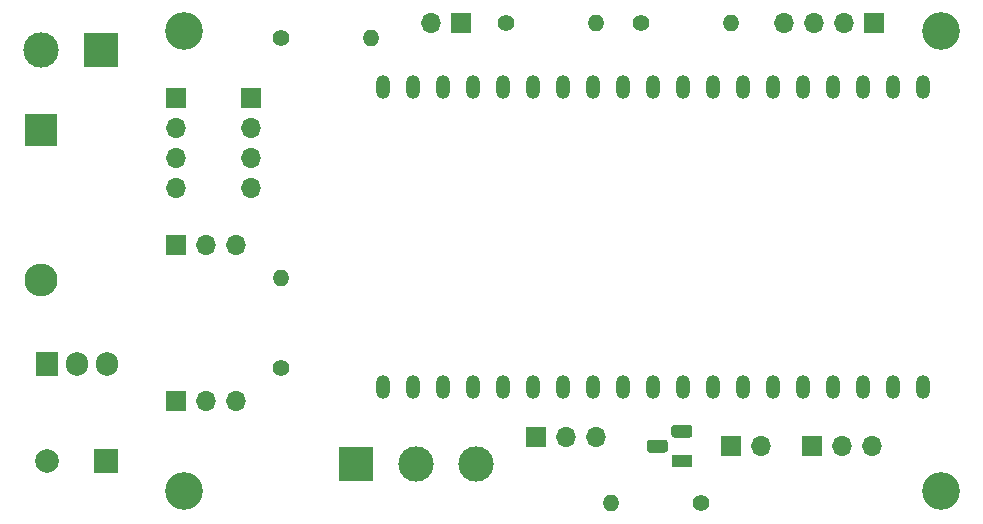
<source format=gbr>
%TF.GenerationSoftware,KiCad,Pcbnew,(5.1.9)-1*%
%TF.CreationDate,2021-03-23T13:14:46+01:00*%
%TF.ProjectId,EnvMonitor,456e764d-6f6e-4697-946f-722e6b696361,rev?*%
%TF.SameCoordinates,Original*%
%TF.FileFunction,Soldermask,Top*%
%TF.FilePolarity,Negative*%
%FSLAX46Y46*%
G04 Gerber Fmt 4.6, Leading zero omitted, Abs format (unit mm)*
G04 Created by KiCad (PCBNEW (5.1.9)-1) date 2021-03-23 13:14:46*
%MOMM*%
%LPD*%
G01*
G04 APERTURE LIST*
%ADD10R,3.000000X3.000000*%
%ADD11C,3.000000*%
%ADD12C,3.200000*%
%ADD13O,1.700000X1.700000*%
%ADD14R,1.700000X1.700000*%
%ADD15O,1.200000X2.000000*%
%ADD16C,1.400000*%
%ADD17O,1.400000X1.400000*%
%ADD18R,1.800000X1.100000*%
%ADD19R,2.000000X2.000000*%
%ADD20C,2.000000*%
%ADD21R,2.800000X2.800000*%
%ADD22O,2.800000X2.800000*%
%ADD23R,1.905000X2.000000*%
%ADD24O,1.905000X2.000000*%
G04 APERTURE END LIST*
D10*
%TO.C,J10*%
X292100000Y-568706000D03*
D11*
X287020000Y-568706000D03*
%TD*%
D10*
%TO.C,J5*%
X313690000Y-603758000D03*
D11*
X318770000Y-603758000D03*
X323850000Y-603758000D03*
%TD*%
D12*
%TO.C,.*%
X363220000Y-567055000D03*
%TD*%
%TO.C,.*%
X299085000Y-606044000D03*
%TD*%
%TO.C,.*%
X363220000Y-606044000D03*
%TD*%
%TO.C,.*%
X299085000Y-567055000D03*
%TD*%
D13*
%TO.C,J8*%
X349885000Y-566420000D03*
X352425000Y-566420000D03*
X354965000Y-566420000D03*
D14*
X357505000Y-566420000D03*
%TD*%
D15*
%TO.C,U1*%
X361670001Y-597190001D03*
X361670001Y-571790001D03*
X359130001Y-597190001D03*
X359130001Y-571790001D03*
X356590001Y-597190001D03*
X356590001Y-571790001D03*
X354050001Y-597190001D03*
X354050001Y-571790001D03*
X351510001Y-597190001D03*
X351510001Y-571790001D03*
X348970001Y-597190001D03*
X348970001Y-571790001D03*
X346430001Y-597190001D03*
X346430001Y-571790001D03*
X343890001Y-597190001D03*
X343890001Y-571790001D03*
X341350001Y-597190001D03*
X341350001Y-571790001D03*
X338810001Y-597190001D03*
X338810001Y-571790001D03*
X336270001Y-597190001D03*
X336270001Y-571790001D03*
X333730001Y-597190001D03*
X333730001Y-571790001D03*
X331190001Y-597190001D03*
X331190001Y-571790001D03*
X328650001Y-597190001D03*
X328650001Y-571790001D03*
X326110001Y-597190001D03*
X326110001Y-571790001D03*
X323570001Y-597190001D03*
X323570001Y-571790001D03*
X321030001Y-597190001D03*
X321030001Y-571790001D03*
X318490001Y-597190001D03*
X318490001Y-571790001D03*
X315950001Y-597190001D03*
X315950001Y-571790001D03*
%TD*%
D14*
%TO.C,J1*%
X345440000Y-602234000D03*
D13*
X347980000Y-602234000D03*
%TD*%
%TO.C,J2*%
X357378000Y-602234000D03*
X354838000Y-602234000D03*
D14*
X352298000Y-602234000D03*
%TD*%
%TO.C,J3*%
X298450000Y-585216000D03*
D13*
X300990000Y-585216000D03*
X303530000Y-585216000D03*
%TD*%
%TO.C,J4*%
X303530000Y-598424000D03*
X300990000Y-598424000D03*
D14*
X298450000Y-598424000D03*
%TD*%
D13*
%TO.C,J6*%
X304800000Y-580390000D03*
X304800000Y-577850000D03*
X304800000Y-575310000D03*
D14*
X304800000Y-572770000D03*
%TD*%
%TO.C,J7*%
X298450000Y-572770000D03*
D13*
X298450000Y-575310000D03*
X298450000Y-577850000D03*
X298450000Y-580390000D03*
%TD*%
D16*
%TO.C,R1*%
X342900000Y-607060000D03*
D17*
X335280000Y-607060000D03*
%TD*%
%TO.C,R2*%
X307340000Y-588010000D03*
D16*
X307340000Y-595630000D03*
%TD*%
%TO.C,R3*%
X307340000Y-567690000D03*
D17*
X314960000Y-567690000D03*
%TD*%
%TO.C,R4*%
X334010000Y-566420000D03*
D16*
X326390000Y-566420000D03*
%TD*%
%TO.C,R5*%
X337820000Y-566420000D03*
D17*
X345440000Y-566420000D03*
%TD*%
D13*
%TO.C,SW1*%
X320040000Y-566420000D03*
D14*
X322580000Y-566420000D03*
%TD*%
D18*
%TO.C,T1*%
X341268000Y-603504000D03*
G36*
G01*
X341893000Y-601514000D02*
X340643000Y-601514000D01*
G75*
G02*
X340368000Y-601239000I0J275000D01*
G01*
X340368000Y-600689000D01*
G75*
G02*
X340643000Y-600414000I275000J0D01*
G01*
X341893000Y-600414000D01*
G75*
G02*
X342168000Y-600689000I0J-275000D01*
G01*
X342168000Y-601239000D01*
G75*
G02*
X341893000Y-601514000I-275000J0D01*
G01*
G37*
G36*
G01*
X339823000Y-602784000D02*
X338573000Y-602784000D01*
G75*
G02*
X338298000Y-602509000I0J275000D01*
G01*
X338298000Y-601959000D01*
G75*
G02*
X338573000Y-601684000I275000J0D01*
G01*
X339823000Y-601684000D01*
G75*
G02*
X340098000Y-601959000I0J-275000D01*
G01*
X340098000Y-602509000D01*
G75*
G02*
X339823000Y-602784000I-275000J0D01*
G01*
G37*
%TD*%
D13*
%TO.C,J9*%
X334010000Y-601472000D03*
X331470000Y-601472000D03*
D14*
X328930000Y-601472000D03*
%TD*%
D19*
%TO.C,C1*%
X292481000Y-603504000D03*
D20*
X287481000Y-603504000D03*
%TD*%
D21*
%TO.C,D1*%
X287020000Y-575437000D03*
D22*
X287020000Y-588137000D03*
%TD*%
D23*
%TO.C,U2*%
X287528000Y-595249000D03*
D24*
X290068000Y-595249000D03*
X292608000Y-595249000D03*
%TD*%
M02*

</source>
